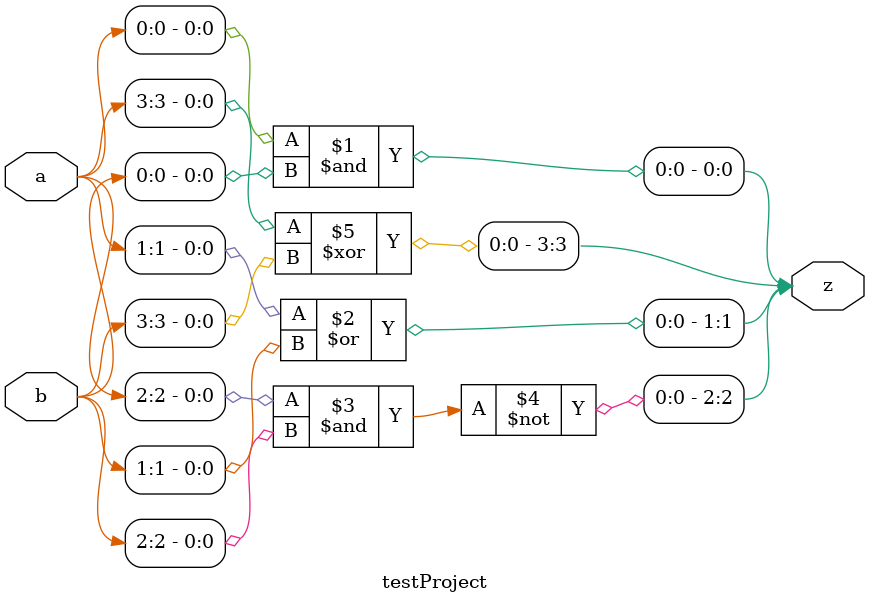
<source format=v>

module testProject (input wire [3:0] a, input wire [3:0] b, output [3:0] z);
	assign z[0] = a[0] & b[0];
	assign z[1] = a[1] | b[1];
	assign z[2] = ~(a[2] & b[2]);
	assign z[3] = a[3] ^ b[3];
endmodule 
</source>
